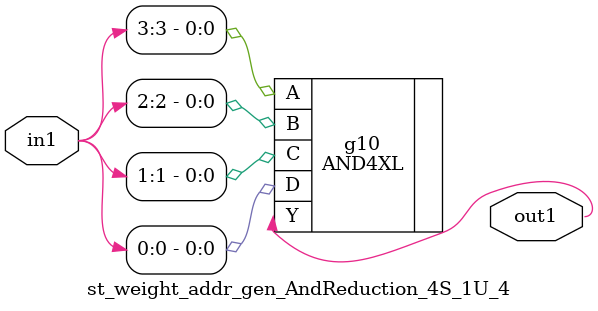
<source format=v>
`timescale 1ps / 1ps


module st_weight_addr_gen_AndReduction_4S_1U_4(in1, out1);
  input [3:0] in1;
  output out1;
  wire [3:0] in1;
  wire out1;
  AND4XL g10(.A (in1[3]), .B (in1[2]), .C (in1[1]), .D (in1[0]), .Y
       (out1));
endmodule



</source>
